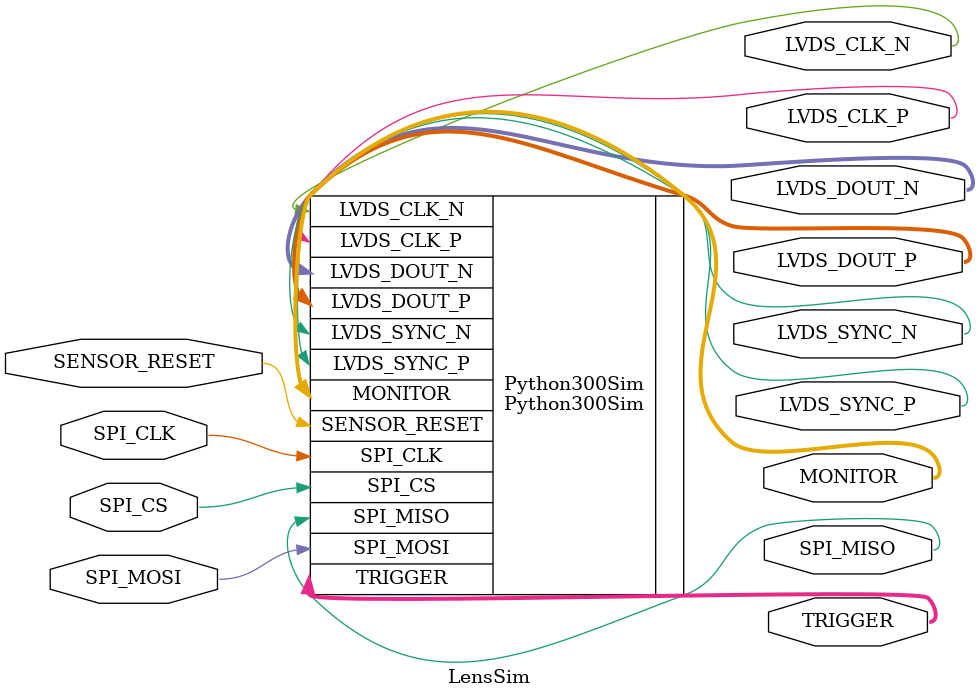
<source format=sv>
`timescale 1ns / 1ps
`include "../../sources_1/new/Util.sv"

/* LensSim - simulates images of what the Python 300 would see

    */
module LensSim(
    output wire LVDS_CLK_P,
    output wire LVDS_CLK_N,
    output wire LVDS_SYNC_P,
    output wire LVDS_SYNC_N,
    output wire [3:0] LVDS_DOUT_P,
    output wire [3:0] LVDS_DOUT_N,
    input wire SPI_CS,
    input wire SPI_MOSI,
    output reg SPI_MISO,
    input wire SPI_CLK,
    output wire [2:0] TRIGGER,
    output wire [1:0] MONITOR,
    input wire SENSOR_RESET
    );

    Python300Sim Python300Sim(
        .LVDS_CLK_P(LVDS_CLK_P),
        .LVDS_CLK_N(LVDS_CLK_N),
        .LVDS_SYNC_P(LVDS_SYNC_P),
        .LVDS_SYNC_N(LVDS_SYNC_N),
        .LVDS_DOUT_P(LVDS_DOUT_P),
        .LVDS_DOUT_N(LVDS_DOUT_N),
        .SPI_CS(SPI_CS),
        .SPI_MOSI(SPI_MOSI),
        .SPI_MISO(SPI_MISO),
        .SPI_CLK(SPI_CLK),
        .TRIGGER(TRIGGER),
        .MONITOR(MONITOR),
        .SENSOR_RESET(SENSOR_RESET)
        //TODO
    );

    //TODO

endmodule
</source>
